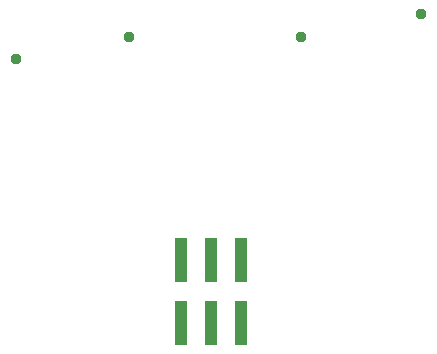
<source format=gbr>
G04 EAGLE Gerber RS-274X export*
G75*
%MOMM*%
%FSLAX34Y34*%
%LPD*%
%INSoldermask Bottom*%
%IPPOS*%
%AMOC8*
5,1,8,0,0,1.08239X$1,22.5*%
G01*
%ADD10R,0.990600X3.759200*%
%ADD11C,0.959600*%


D10*
X234950Y191770D03*
X234950Y138430D03*
X209550Y191770D03*
X209550Y138430D03*
X184150Y191770D03*
X184150Y138430D03*
D11*
X139700Y381000D03*
X387350Y400050D03*
X285750Y381000D03*
X44450Y361950D03*
M02*

</source>
